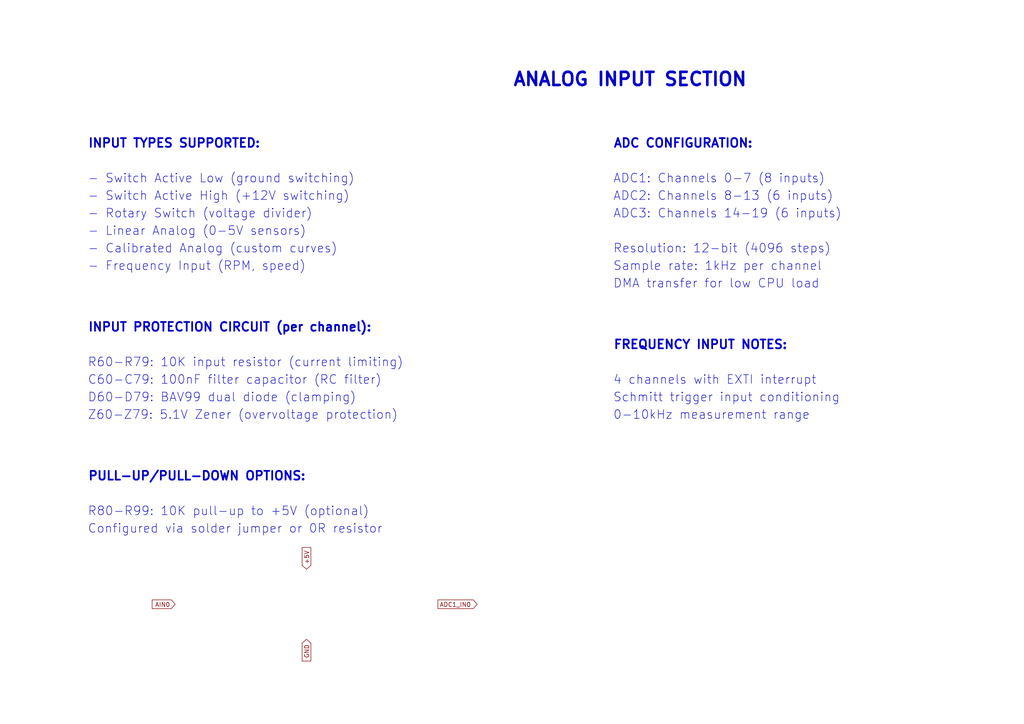
<source format=kicad_sch>
(kicad_sch
  (version 20231120)
  (generator "eeschema")
  (generator_version "8.0")
  (uuid "analog-inputs-uuid-001")
  (paper "A4")
  (title_block
    (title "PMU-30 Analog Inputs")
    (date "2024-12-22")
    (rev "A")
    (company "R2 m-sport")
    (comment 1 "20x Universal Analog/Digital Inputs")
    (comment 2 "Protection and Filtering")
  )

  (lib_symbols)

  (text "ANALOG INPUT SECTION"
    (exclude_from_sim no)
    (at 148.59 25.4 0)
    (effects
      (font
        (size 3.81 3.81)
        (bold yes)
      )
      (justify left bottom)
    )
    (uuid "text-title-001")
  )

  (text "INPUT TYPES SUPPORTED:"
    (exclude_from_sim no)
    (at 25.4 43.18 0)
    (effects
      (font
        (size 2.54 2.54)
        (bold yes)
      )
      (justify left bottom)
    )
    (uuid "text-types-header")
  )

  (text "- Switch Active Low (ground switching)"
    (exclude_from_sim no)
    (at 25.4 53.34 0)
    (effects
      (font
        (size 2.54 2.54)
      )
      (justify left bottom)
    )
    (uuid "text-type-1")
  )

  (text "- Switch Active High (+12V switching)"
    (exclude_from_sim no)
    (at 25.4 58.42 0)
    (effects
      (font
        (size 2.54 2.54)
      )
      (justify left bottom)
    )
    (uuid "text-type-2")
  )

  (text "- Rotary Switch (voltage divider)"
    (exclude_from_sim no)
    (at 25.4 63.5 0)
    (effects
      (font
        (size 2.54 2.54)
      )
      (justify left bottom)
    )
    (uuid "text-type-3")
  )

  (text "- Linear Analog (0-5V sensors)"
    (exclude_from_sim no)
    (at 25.4 68.58 0)
    (effects
      (font
        (size 2.54 2.54)
      )
      (justify left bottom)
    )
    (uuid "text-type-4")
  )

  (text "- Calibrated Analog (custom curves)"
    (exclude_from_sim no)
    (at 25.4 73.66 0)
    (effects
      (font
        (size 2.54 2.54)
      )
      (justify left bottom)
    )
    (uuid "text-type-5")
  )

  (text "- Frequency Input (RPM, speed)"
    (exclude_from_sim no)
    (at 25.4 78.74 0)
    (effects
      (font
        (size 2.54 2.54)
      )
      (justify left bottom)
    )
    (uuid "text-type-6")
  )

  (text "INPUT PROTECTION CIRCUIT (per channel):"
    (exclude_from_sim no)
    (at 25.4 96.52 0)
    (effects
      (font
        (size 2.54 2.54)
        (bold yes)
      )
      (justify left bottom)
    )
    (uuid "text-protection-header")
  )

  (text "R60-R79: 10K input resistor (current limiting)"
    (exclude_from_sim no)
    (at 25.4 106.68 0)
    (effects
      (font
        (size 2.54 2.54)
      )
      (justify left bottom)
    )
    (uuid "text-protect-1")
  )

  (text "C60-C79: 100nF filter capacitor (RC filter)"
    (exclude_from_sim no)
    (at 25.4 111.76 0)
    (effects
      (font
        (size 2.54 2.54)
      )
      (justify left bottom)
    )
    (uuid "text-protect-2")
  )

  (text "D60-D79: BAV99 dual diode (clamping)"
    (exclude_from_sim no)
    (at 25.4 116.84 0)
    (effects
      (font
        (size 2.54 2.54)
      )
      (justify left bottom)
    )
    (uuid "text-protect-3")
  )

  (text "Z60-Z79: 5.1V Zener (overvoltage protection)"
    (exclude_from_sim no)
    (at 25.4 121.92 0)
    (effects
      (font
        (size 2.54 2.54)
      )
      (justify left bottom)
    )
    (uuid "text-protect-4")
  )

  (text "PULL-UP/PULL-DOWN OPTIONS:"
    (exclude_from_sim no)
    (at 25.4 139.7 0)
    (effects
      (font
        (size 2.54 2.54)
        (bold yes)
      )
      (justify left bottom)
    )
    (uuid "text-pullup-header")
  )

  (text "R80-R99: 10K pull-up to +5V (optional)"
    (exclude_from_sim no)
    (at 25.4 149.86 0)
    (effects
      (font
        (size 2.54 2.54)
      )
      (justify left bottom)
    )
    (uuid "text-pullup-1")
  )

  (text "Configured via solder jumper or 0R resistor"
    (exclude_from_sim no)
    (at 25.4 154.94 0)
    (effects
      (font
        (size 2.54 2.54)
      )
      (justify left bottom)
    )
    (uuid "text-pullup-2")
  )

  (text "ADC CONFIGURATION:"
    (exclude_from_sim no)
    (at 177.8 43.18 0)
    (effects
      (font
        (size 2.54 2.54)
        (bold yes)
      )
      (justify left bottom)
    )
    (uuid "text-adc-header")
  )

  (text "ADC1: Channels 0-7 (8 inputs)"
    (exclude_from_sim no)
    (at 177.8 53.34 0)
    (effects
      (font
        (size 2.54 2.54)
      )
      (justify left bottom)
    )
    (uuid "text-adc1")
  )

  (text "ADC2: Channels 8-13 (6 inputs)"
    (exclude_from_sim no)
    (at 177.8 58.42 0)
    (effects
      (font
        (size 2.54 2.54)
      )
      (justify left bottom)
    )
    (uuid "text-adc2")
  )

  (text "ADC3: Channels 14-19 (6 inputs)"
    (exclude_from_sim no)
    (at 177.8 63.5 0)
    (effects
      (font
        (size 2.54 2.54)
      )
      (justify left bottom)
    )
    (uuid "text-adc3")
  )

  (text "Resolution: 12-bit (4096 steps)"
    (exclude_from_sim no)
    (at 177.8 73.66 0)
    (effects
      (font
        (size 2.54 2.54)
      )
      (justify left bottom)
    )
    (uuid "text-adc-res")
  )

  (text "Sample rate: 1kHz per channel"
    (exclude_from_sim no)
    (at 177.8 78.74 0)
    (effects
      (font
        (size 2.54 2.54)
      )
      (justify left bottom)
    )
    (uuid "text-adc-rate")
  )

  (text "DMA transfer for low CPU load"
    (exclude_from_sim no)
    (at 177.8 83.82 0)
    (effects
      (font
        (size 2.54 2.54)
      )
      (justify left bottom)
    )
    (uuid "text-adc-dma")
  )

  (text "FREQUENCY INPUT NOTES:"
    (exclude_from_sim no)
    (at 177.8 101.6 0)
    (effects
      (font
        (size 2.54 2.54)
        (bold yes)
      )
      (justify left bottom)
    )
    (uuid "text-freq-header")
  )

  (text "4 channels with EXTI interrupt"
    (exclude_from_sim no)
    (at 177.8 111.76 0)
    (effects
      (font
        (size 2.54 2.54)
      )
      (justify left bottom)
    )
    (uuid "text-freq-1")
  )

  (text "Schmitt trigger input conditioning"
    (exclude_from_sim no)
    (at 177.8 116.84 0)
    (effects
      (font
        (size 2.54 2.54)
      )
      (justify left bottom)
    )
    (uuid "text-freq-2")
  )

  (text "0-10kHz measurement range"
    (exclude_from_sim no)
    (at 177.8 121.92 0)
    (effects
      (font
        (size 2.54 2.54)
      )
      (justify left bottom)
    )
    (uuid "text-freq-3")
  )

  (global_label "AIN0"
    (shape input)
    (at 50.8 175.26 180)
    (fields_autoplaced yes)
    (effects
      (font
        (size 1.27 1.27)
      )
      (justify right)
    )
    (uuid "glabel-ain0")
    (property "Intersheetrefs" "${INTERSHEET_REFS}"
      (at 44.34 175.26 0)
      (effects
        (font
          (size 1.27 1.27)
        )
        (justify right)
        (hide yes)
      )
    )
  )

  (global_label "ADC1_IN0"
    (shape output)
    (at 127.0 175.26 0)
    (fields_autoplaced yes)
    (effects
      (font
        (size 1.27 1.27)
      )
      (justify left)
    )
    (uuid "glabel-adc1-in0")
    (property "Intersheetrefs" "${INTERSHEET_REFS}"
      (at 138.6038 175.26 0)
      (effects
        (font
          (size 1.27 1.27)
        )
        (justify left)
        (hide yes)
      )
    )
  )

  (global_label "+5V"
    (shape input)
    (at 88.9 165.1 90)
    (fields_autoplaced yes)
    (effects
      (font
        (size 1.27 1.27)
      )
      (justify left)
    )
    (uuid "glabel-5v-pullup")
    (property "Intersheetrefs" "${INTERSHEET_REFS}"
      (at 88.9 158.6 0)
      (effects
        (font
          (size 1.27 1.27)
        )
        (justify left)
        (hide yes)
      )
    )
  )

  (global_label "GND"
    (shape input)
    (at 88.9 185.42 270)
    (fields_autoplaced yes)
    (effects
      (font
        (size 1.27 1.27)
      )
      (justify right)
    )
    (uuid "glabel-gnd")
    (property "Intersheetrefs" "${INTERSHEET_REFS}"
      (at 88.9 191.8738 0)
      (effects
        (font
          (size 1.27 1.27)
        )
        (justify right)
        (hide yes)
      )
    )
  )
)

</source>
